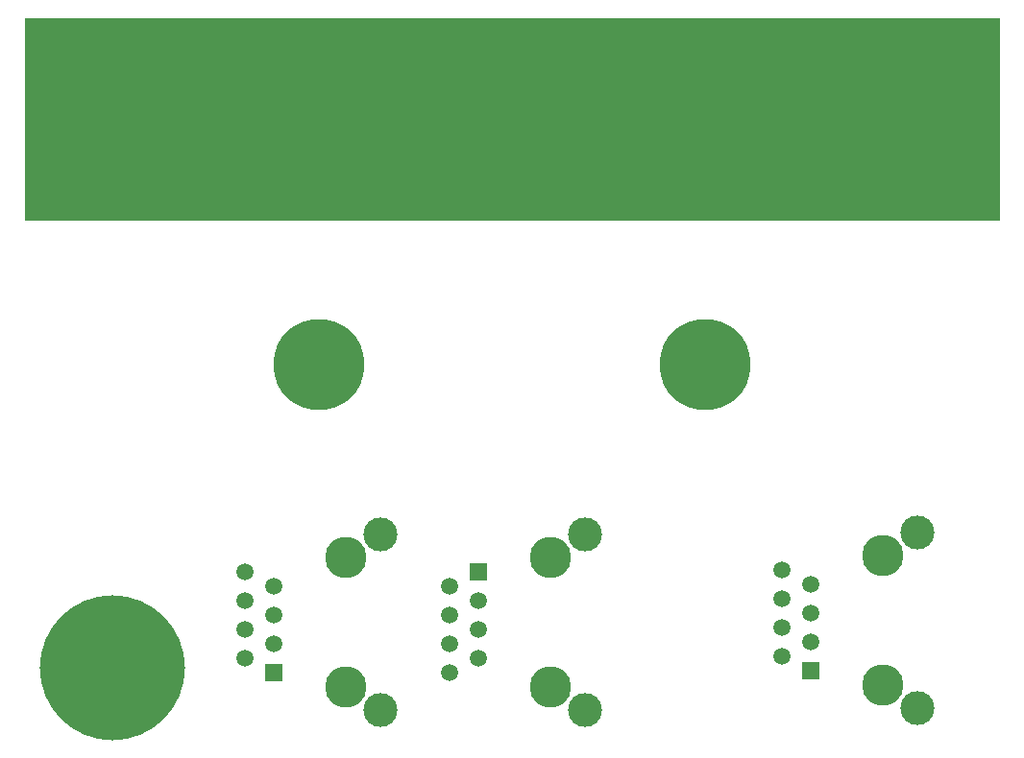
<source format=gts>
G04 #@! TF.GenerationSoftware,KiCad,Pcbnew,(5.99.0-12896-g1860893d63)*
G04 #@! TF.CreationDate,2021-12-10T21:36:47+01:00*
G04 #@! TF.ProjectId,HP_44491A_to_UTP_v2,48505f34-3434-4393-9141-5f746f5f5554,rev?*
G04 #@! TF.SameCoordinates,Original*
G04 #@! TF.FileFunction,Soldermask,Top*
G04 #@! TF.FilePolarity,Negative*
%FSLAX46Y46*%
G04 Gerber Fmt 4.6, Leading zero omitted, Abs format (unit mm)*
G04 Created by KiCad (PCBNEW (5.99.0-12896-g1860893d63)) date 2021-12-10 21:36:47*
%MOMM*%
%LPD*%
G01*
G04 APERTURE LIST*
G04 Aperture macros list*
%AMFreePoly0*
4,1,7,-2.370000,-16.300000,-5.155000,-16.300000,-5.155000,-13.800000,-3.970000,-13.800000,-3.970000,-5.600000,-2.370000,-5.600000,-2.370000,-16.300000,-2.370000,-16.300000,$1*%
%AMFreePoly1*
4,1,7,1.600000,-16.300000,-1.185000,-16.300000,-1.185000,-13.800000,0.000000,-13.800000,0.000000,0.000000,1.600000,0.000000,1.600000,-16.300000,1.600000,-16.300000,$1*%
G04 Aperture macros list end*
%ADD10C,0.120000*%
%ADD11C,3.650000*%
%ADD12R,1.500000X1.500000*%
%ADD13C,1.500000*%
%ADD14C,3.000000*%
%ADD15C,0.900000*%
%ADD16C,12.800000*%
%ADD17C,8.000000*%
%ADD18FreePoly0,0.000000*%
%ADD19FreePoly1,0.000000*%
G04 APERTURE END LIST*
D10*
X176022000Y-35306000D02*
X90170000Y-35306000D01*
X90170000Y-35306000D02*
X90170000Y-17526000D01*
X90170000Y-17526000D02*
X176022000Y-17526000D01*
X176022000Y-17526000D02*
X176022000Y-35306000D01*
G36*
X176022000Y-35306000D02*
G01*
X90170000Y-35306000D01*
X90170000Y-17526000D01*
X176022000Y-17526000D01*
X176022000Y-35306000D01*
G37*
X176022000Y-35306000D02*
X90170000Y-35306000D01*
X90170000Y-17526000D01*
X176022000Y-17526000D01*
X176022000Y-35306000D01*
X176022000Y-35306000D02*
X90170000Y-35306000D01*
X90170000Y-35306000D02*
X90170000Y-17526000D01*
X90170000Y-17526000D02*
X176022000Y-17526000D01*
X176022000Y-17526000D02*
X176022000Y-35306000D01*
G36*
X176022000Y-35306000D02*
G01*
X90170000Y-35306000D01*
X90170000Y-17526000D01*
X176022000Y-17526000D01*
X176022000Y-35306000D01*
G37*
X176022000Y-35306000D02*
X90170000Y-35306000D01*
X90170000Y-17526000D01*
X176022000Y-17526000D01*
X176022000Y-35306000D01*
D11*
X136452000Y-65051800D03*
X136452000Y-76481800D03*
D12*
X130102000Y-66321800D03*
D13*
X127562000Y-67591800D03*
X130102000Y-68861800D03*
X127562000Y-70131800D03*
X130102000Y-71401800D03*
X127562000Y-72671800D03*
X130102000Y-73941800D03*
X127562000Y-75211800D03*
D14*
X139500000Y-78559800D03*
X139500000Y-63019800D03*
D15*
X97840800Y-69977600D03*
X93040800Y-74777600D03*
X101234913Y-78171713D03*
X94446687Y-71383487D03*
X101234913Y-71383487D03*
D16*
X97840800Y-74777600D03*
D15*
X97840800Y-79577600D03*
X102640800Y-74777600D03*
X94446687Y-78171713D03*
D11*
X165789000Y-76350000D03*
X165789000Y-64920000D03*
D12*
X159439000Y-75080000D03*
D13*
X156899000Y-73810000D03*
X159439000Y-72540000D03*
X156899000Y-71270000D03*
X159439000Y-70000000D03*
X156899000Y-68730000D03*
X159439000Y-67460000D03*
X156899000Y-66190000D03*
D14*
X168837000Y-78382000D03*
X168837000Y-62842000D03*
D11*
X118418000Y-65097800D03*
X118418000Y-76527800D03*
D12*
X112068000Y-75257800D03*
D13*
X109528000Y-73987800D03*
X112068000Y-72717800D03*
X109528000Y-71447800D03*
X112068000Y-70177800D03*
X109528000Y-68907800D03*
X112068000Y-67637800D03*
X109528000Y-66367800D03*
D14*
X121466000Y-78559800D03*
X121466000Y-63019800D03*
D17*
X150096000Y-48026000D03*
X116096000Y-48026000D03*
D15*
X97942400Y-33274000D03*
D18*
X102536000Y-17526000D03*
X102536000Y-17526000D03*
D19*
X102536000Y-17526000D03*
D15*
X101904800Y-33274000D03*
D19*
X102536000Y-17526000D03*
D15*
X113842800Y-33274000D03*
D18*
X118416000Y-17526000D03*
X118416000Y-17526000D03*
D15*
X117805200Y-33274000D03*
D19*
X118416000Y-17526000D03*
X118416000Y-17526000D03*
D18*
X134296000Y-17526000D03*
X134296000Y-17526000D03*
D15*
X129692400Y-33274000D03*
D19*
X134296000Y-17526000D03*
D15*
X133654800Y-33274000D03*
D19*
X134296000Y-17526000D03*
D18*
X150176000Y-17526000D03*
X150176000Y-17526000D03*
D15*
X145592800Y-33274000D03*
D19*
X150176000Y-17526000D03*
D15*
X149555200Y-33274000D03*
D19*
X150176000Y-17526000D03*
D15*
X105918000Y-33274000D03*
D18*
X110476000Y-17526000D03*
X110476000Y-17526000D03*
D19*
X110476000Y-17526000D03*
X110476000Y-17526000D03*
D15*
X109829600Y-33274000D03*
D18*
X126356000Y-17526000D03*
X126356000Y-17526000D03*
D15*
X121767600Y-33274000D03*
X125730000Y-33274000D03*
D19*
X126356000Y-17526000D03*
X126356000Y-17526000D03*
D18*
X142236000Y-17526000D03*
D15*
X137668000Y-33274000D03*
D18*
X142236000Y-17526000D03*
D19*
X142236000Y-17526000D03*
D15*
X141630400Y-33274000D03*
D19*
X142236000Y-17526000D03*
D18*
X158116000Y-17526000D03*
D15*
X153517600Y-33274000D03*
D18*
X158116000Y-17526000D03*
D19*
X158116000Y-17526000D03*
D15*
X157480000Y-33274000D03*
D19*
X158116000Y-17526000D03*
D18*
X166056000Y-17526000D03*
D15*
X161442400Y-33274000D03*
X165455600Y-33274000D03*
D19*
X166056000Y-17526000D03*
X166056000Y-17526000D03*
D18*
X166056000Y-17526000D03*
D15*
X169418000Y-33274000D03*
D18*
X173996000Y-17526000D03*
X173996000Y-17526000D03*
D19*
X173996000Y-17526000D03*
D15*
X173355000Y-33274000D03*
D19*
X173996000Y-17526000D03*
M02*

</source>
